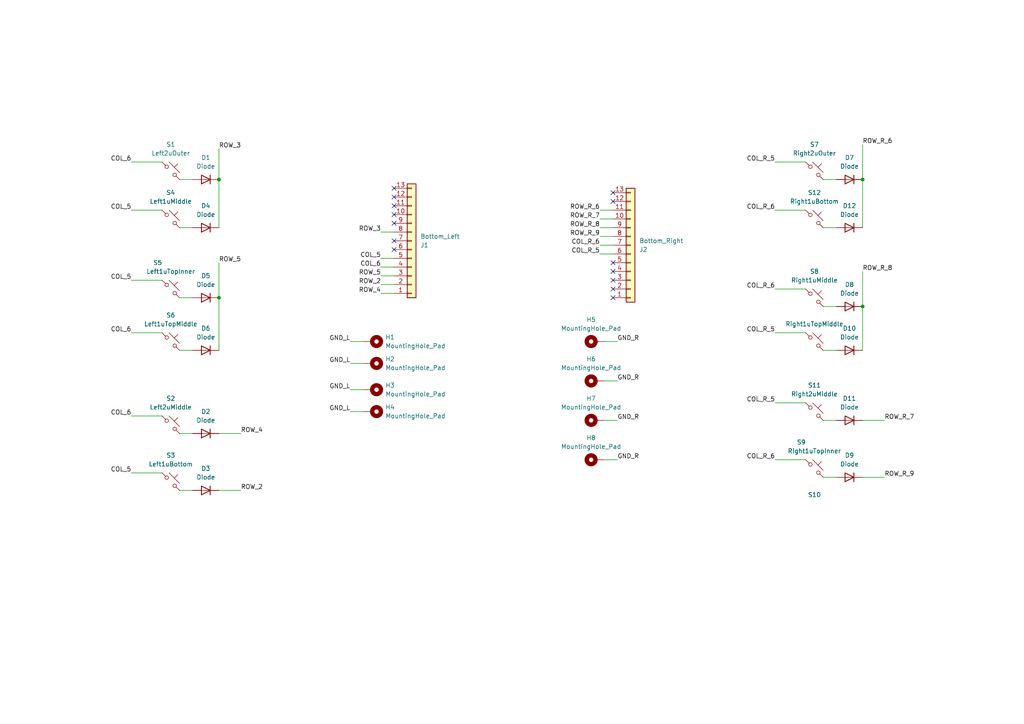
<source format=kicad_sch>
(kicad_sch (version 20231120) (generator "eeschema") (generator_version "8.0")
  (paper "A4")
  (lib_symbols
    (symbol "Connector_Generic:Conn_01x13" (pin_names (offset 1.016) hide)
      (property "Reference" "J" (at 0 17.78 0))
      (property "Value" "Conn_01x13" (at 0 -17.78 0))
      (symbol "Conn_01x13_1_1"
        (rectangle (start -1.27 -15.113) (end 0 -15.367) (stroke (width 0.1524)))
        (rectangle (start -1.27 -12.573) (end 0 -12.827) (stroke (width 0.1524)))
        (rectangle (start -1.27 -10.033) (end 0 -10.287) (stroke (width 0.1524)))
        (rectangle (start -1.27 -7.493) (end 0 -7.747) (stroke (width 0.1524)))
        (rectangle (start -1.27 -4.953) (end 0 -5.207) (stroke (width 0.1524)))
        (rectangle (start -1.27 -2.413) (end 0 -2.667) (stroke (width 0.1524)))
        (rectangle (start -1.27 0.127) (end 0 -0.127) (stroke (width 0.1524)))
        (rectangle (start -1.27 2.667) (end 0 2.413) (stroke (width 0.1524)))
        (rectangle (start -1.27 5.207) (end 0 4.953) (stroke (width 0.1524)))
        (rectangle (start -1.27 7.747) (end 0 7.493) (stroke (width 0.1524)))
        (rectangle (start -1.27 10.287) (end 0 10.033) (stroke (width 0.1524)))
        (rectangle (start -1.27 12.827) (end 0 12.573) (stroke (width 0.1524)))
        (rectangle (start -1.27 15.367) (end 0 15.113) (stroke (width 0.1524)))
        (rectangle (start -1.27 16.51) (end 1.27 -16.51) (stroke (width 0.254)) (fill (type background)))
        (pin passive line (at -5.08 15.24 0) (length 3.81) (name "Pin_1") (number "1"))
        (pin passive line (at -5.08 -7.62 0) (length 3.81) (name "Pin_10") (number "10"))
        (pin passive line (at -5.08 -10.16 0) (length 3.81) (name "Pin_11") (number "11"))
        (pin passive line (at -5.08 -12.7 0) (length 3.81) (name "Pin_12") (number "12"))
        (pin passive line (at -5.08 -15.24 0) (length 3.81) (name "Pin_13") (number "13"))
        (pin passive line (at -5.08 12.7 0) (length 3.81) (name "Pin_2") (number "2"))
        (pin passive line (at -5.08 10.16 0) (length 3.81) (name "Pin_3") (number "3"))
        (pin passive line (at -5.08 7.62 0) (length 3.81) (name "Pin_4") (number "4"))
        (pin passive line (at -5.08 5.08 0) (length 3.81) (name "Pin_5") (number "5"))
        (pin passive line (at -5.08 2.54 0) (length 3.81) (name "Pin_6") (number "6"))
        (pin passive line (at -5.08 0 0) (length 3.81) (name "Pin_7") (number "7"))
        (pin passive line (at -5.08 -2.54 0) (length 3.81) (name "Pin_8") (number "8"))
        (pin passive line (at -5.08 -5.08 0) (length 3.81) (name "Pin_9") (number "9"))
      )
    )
    (symbol "Mechanical:MountingHole_Pad" (pin_numbers hide) (pin_names (offset 1.016) hide) (exclude_from_sim yes) (in_bom no)
      (property "Reference" "H" (at 0 6.35 0))
      (property "Value" "MountingHole_Pad" (at 0 4.445 0))
      (symbol "MountingHole_Pad_0_1"
        (circle (center 0 1.27) (radius 1.27) (stroke (width 1.27)))
      )
      (symbol "MountingHole_Pad_1_1"
        (pin input line (at 0 -2.54 90) (length 2.54) (name "1") (number "1"))
      )
    )
    (symbol "ScottoKeebs:Placeholder_Diode" (pin_numbers hide) (pin_names hide)
      (property "Reference" "D" (at 0 2.54 0))
      (property "Value" "Diode" (at 0 -2.54 0))
      (symbol "Placeholder_Diode_0_1"
        (polyline (pts (xy -1.27 1.27) (xy -1.27 -1.27)) (stroke (width 0.254)))
        (polyline (pts (xy 1.27 0) (xy -1.27 0)))
        (polyline (pts (xy 1.27 1.27) (xy 1.27 -1.27) (xy -1.27 0) (xy 1.27 1.27)) (stroke (width 0.254)))
      )
      (symbol "Placeholder_Diode_1_1"
        (pin passive line (at -3.81 0 0) (length 2.54) (name "K") (number "1"))
        (pin passive line (at 3.81 0 180) (length 2.54) (name "A") (number "2"))
      )
    )
    (symbol "ScottoKeebs:Placeholder_Keyswitch" (pin_numbers hide) (pin_names (offset 1.016) hide)
      (property "Reference" "S" (at 3.048 1.016 0))
      (property "Value" "Keyswitch" (at 0 -3.81 0))
      (symbol "Placeholder_Keyswitch_0_1"
        (circle (center -1.1684 1.1684) (radius 0.508))
        (polyline (pts (xy -0.508 2.54) (xy 2.54 -0.508)))
        (polyline (pts (xy 1.016 1.016) (xy 2.032 2.032)))
        (polyline (pts (xy -2.54 2.54) (xy -1.524 1.524) (xy -1.524 1.524)))
        (polyline (pts (xy 1.524 -1.524) (xy 2.54 -2.54) (xy 2.54 -2.54) (xy 2.54 -2.54)))
        (circle (center 1.143 -1.1938) (radius 0.508))
        (pin passive line (at -2.54 2.54 0) (length 0) (name "1") (number "1"))
        (pin passive line (at 2.54 -2.54 180) (length 0) (name "2") (number "2"))
      )
    )
  )
  (junction (at 250.19 88.9))
  (junction (at 250.19 52.07))
  (junction (at 63.5 52.07))
  (junction (at 63.5 86.36))
  (no_connect (at 114.3 72.39))
  (no_connect (at 177.8 78.74))
  (no_connect (at 177.8 83.82))
  (no_connect (at 114.3 62.23))
  (no_connect (at 177.8 81.28))
  (no_connect (at 114.3 54.61))
  (no_connect (at 114.3 59.69))
  (no_connect (at 177.8 86.36))
  (no_connect (at 177.8 55.88))
  (no_connect (at 177.8 58.42))
  (no_connect (at 114.3 69.85))
  (no_connect (at 114.3 64.77))
  (no_connect (at 177.8 76.2))
  (no_connect (at 114.3 57.15))
  (wire (pts (xy 52.07 52.07) (xy 55.88 52.07)))
  (wire (pts (xy 38.1 137.16) (xy 46.99 137.16)))
  (wire (pts (xy 63.5 86.36) (xy 63.5 101.6)))
  (wire (pts (xy 101.6 119.38) (xy 105.41 119.38)))
  (wire (pts (xy 38.1 96.52) (xy 46.99 96.52)))
  (wire (pts (xy 238.76 52.07) (xy 242.57 52.07)))
  (wire (pts (xy 224.79 116.84) (xy 233.68 116.84)))
  (wire (pts (xy 52.07 125.73) (xy 55.88 125.73)))
  (wire (pts (xy 101.6 113.03) (xy 105.41 113.03)))
  (wire (pts (xy 52.07 86.36) (xy 55.88 86.36)))
  (wire (pts (xy 110.49 80.01) (xy 114.3 80.01)))
  (wire (pts (xy 63.5 142.24) (xy 69.85 142.24)))
  (wire (pts (xy 173.99 71.12) (xy 177.8 71.12)))
  (wire (pts (xy 110.49 67.31) (xy 114.3 67.31)))
  (wire (pts (xy 224.79 96.52) (xy 233.68 96.52)))
  (wire (pts (xy 38.1 120.65) (xy 46.99 120.65)))
  (wire (pts (xy 175.26 121.92) (xy 179.07 121.92)))
  (wire (pts (xy 175.26 110.49) (xy 179.07 110.49)))
  (wire (pts (xy 110.49 85.09) (xy 114.3 85.09)))
  (wire (pts (xy 173.99 68.58) (xy 177.8 68.58)))
  (wire (pts (xy 101.6 99.06) (xy 105.41 99.06)))
  (wire (pts (xy 250.19 121.92) (xy 256.54 121.92)))
  (wire (pts (xy 238.76 88.9) (xy 242.57 88.9)))
  (wire (pts (xy 38.1 60.96) (xy 46.99 60.96)))
  (wire (pts (xy 63.5 125.73) (xy 69.85 125.73)))
  (wire (pts (xy 175.26 133.35) (xy 179.07 133.35)))
  (wire (pts (xy 52.07 101.6) (xy 55.88 101.6)))
  (wire (pts (xy 110.49 77.47) (xy 114.3 77.47)))
  (wire (pts (xy 224.79 133.35) (xy 233.68 133.35)))
  (wire (pts (xy 173.99 66.04) (xy 177.8 66.04)))
  (wire (pts (xy 250.19 88.9) (xy 250.19 101.6)))
  (wire (pts (xy 52.07 66.04) (xy 55.88 66.04)))
  (wire (pts (xy 38.1 81.28) (xy 46.99 81.28)))
  (wire (pts (xy 250.19 138.43) (xy 256.54 138.43)))
  (wire (pts (xy 63.5 43.18) (xy 63.5 52.07)))
  (wire (pts (xy 250.19 78.74) (xy 250.19 88.9)))
  (wire (pts (xy 173.99 73.66) (xy 177.8 73.66)))
  (wire (pts (xy 238.76 66.04) (xy 242.57 66.04)))
  (wire (pts (xy 173.99 63.5) (xy 177.8 63.5)))
  (wire (pts (xy 110.49 74.93) (xy 114.3 74.93)))
  (wire (pts (xy 175.26 99.06) (xy 179.07 99.06)))
  (wire (pts (xy 238.76 101.6) (xy 242.57 101.6)))
  (wire (pts (xy 52.07 142.24) (xy 55.88 142.24)))
  (wire (pts (xy 101.6 105.41) (xy 105.41 105.41)))
  (wire (pts (xy 173.99 60.96) (xy 177.8 60.96)))
  (wire (pts (xy 224.79 46.99) (xy 233.68 46.99)))
  (wire (pts (xy 250.19 52.07) (xy 250.19 66.04)))
  (wire (pts (xy 224.79 60.96) (xy 233.68 60.96)))
  (wire (pts (xy 224.79 83.82) (xy 233.68 83.82)))
  (wire (pts (xy 63.5 76.2) (xy 63.5 86.36)))
  (wire (pts (xy 238.76 121.92) (xy 242.57 121.92)))
  (wire (pts (xy 250.19 41.91) (xy 250.19 52.07)))
  (wire (pts (xy 38.1 46.99) (xy 46.99 46.99)))
  (wire (pts (xy 110.49 82.55) (xy 114.3 82.55)))
  (wire (pts (xy 63.5 52.07) (xy 63.5 66.04)))
  (wire (pts (xy 238.76 138.43) (xy 242.57 138.43)))
  (label "ROW_5" (at 63.5 76.2 0))
  (label "COL_R_6" (at 224.79 133.35 180))
  (label "COL_R_6" (at 224.79 83.82 180))
  (label "ROW_R_7" (at 173.99 63.5 180))
  (label "ROW_5" (at 110.49 80.01 180))
  (label "COL_R_6" (at 224.79 60.96 180))
  (label "COL_R_5" (at 224.79 116.84 180))
  (label "ROW_R_9" (at 173.99 68.58 180))
  (label "COL_R_5" (at 224.79 46.99 180))
  (label "ROW_4" (at 69.85 125.73 0))
  (label "COL_6" (at 38.1 120.65 180))
  (label "GND_L" (at 101.6 105.41 180))
  (label "COL_6" (at 110.49 77.47 180))
  (label "ROW_R_7" (at 256.54 121.92 0))
  (label "COL_5" (at 38.1 60.96 180))
  (label "COL_R_5" (at 173.99 73.66 180))
  (label "COL_6" (at 38.1 46.99 180))
  (label "ROW_R_6" (at 250.19 41.91 0))
  (label "ROW_R_9" (at 256.54 138.43 0))
  (label "GND_R" (at 179.07 121.92 0))
  (label "ROW_R_8" (at 250.19 78.74 0))
  (label "ROW_R_8" (at 173.99 66.04 180))
  (label "GND_L" (at 101.6 99.06 180))
  (label "ROW_2" (at 110.49 82.55 180))
  (label "GND_L" (at 101.6 113.03 180))
  (label "ROW_3" (at 110.49 67.31 180))
  (label "COL_R_5" (at 224.79 96.52 180))
  (label "COL_R_6" (at 173.99 71.12 180))
  (label "GND_L" (at 101.6 119.38 180))
  (label "GND_R" (at 179.07 133.35 0))
  (label "GND_R" (at 179.07 110.49 0))
  (label "COL_5" (at 38.1 81.28 180))
  (label "COL_5" (at 110.49 74.93 180))
  (label "GND_R" (at 179.07 99.06 0))
  (label "ROW_4" (at 110.49 85.09 180))
  (label "ROW_3" (at 63.5 43.18 0))
  (label "ROW_2" (at 69.85 142.24 0))
  (label "ROW_R_6" (at 173.99 60.96 180))
  (label "COL_5" (at 38.1 137.16 180))
  (label "COL_6" (at 38.1 96.52 180))
  (symbol (lib_id "ScottoKeebs:Placeholder_Diode") (at 246.38 101.6 180) (unit 1)
    (property "Reference" "D10" (at 246.38 95.25 0))
    (property "Value" "Diode" (at 246.38 97.79 0))
    (property "Footprint" "ScottoKeebs_Components:Diode_SOD-123" (effects (hide yes)))
    (property "Description" "1N4148 (DO-35) or 1N4148W (SOD-123)" (effects (hide yes)))
    (property "Sim.Device" "D" (effects (hide yes)))
    (property "Sim.Pins" "1=K 2=A" (effects (hide yes)))
  )
  (symbol (lib_id "Mechanical:MountingHole_Pad") (at 172.72 121.92 90) (unit 1) (exclude_from_sim yes) (in_bom no)
    (property "Reference" "H7" (at 171.45 115.57 90))
    (property "Value" "MountingHole_Pad" (at 171.45 118.11 90))
    (property "Footprint" "MountingHole:MountingHole_3.7mm_Pad" (effects (hide yes)))
    (property "Description" "Mounting Hole with connection" (effects (hide yes)))
  )
  (symbol (lib_id "ScottoKeebs:Placeholder_Keyswitch") (at 49.53 139.7 0) (unit 1)
    (property "Reference" "S3" (at 49.53 132.08 0))
    (property "Value" "Left1uBottom" (at 49.53 134.62 0))
    (property "Footprint" "MX_V2-main:MX-Hotswap-1U" (effects (hide yes)))
    (property "Description" "Push button switch, normally open, two pins, 45° tilted" (effects (hide yes)))
  )
  (symbol (lib_id "ScottoKeebs:Placeholder_Keyswitch") (at 49.53 123.19 0) (unit 1)
    (property "Reference" "S2" (at 49.53 115.57 0))
    (property "Value" "Left2uMiddle" (at 49.53 118.11 0))
    (property "Footprint" "MX_V2-main:MX-Hotswap-1U" (effects (hide yes)))
    (property "Description" "Push button switch, normally open, two pins, 45° tilted" (effects (hide yes)))
  )
  (symbol (lib_id "ScottoKeebs:Placeholder_Diode") (at 246.38 66.04 180) (unit 1)
    (property "Reference" "D12" (at 246.38 59.69 0))
    (property "Value" "Diode" (at 246.38 62.23 0))
    (property "Footprint" "ScottoKeebs_Components:Diode_SOD-123" (effects (hide yes)))
    (property "Description" "1N4148 (DO-35) or 1N4148W (SOD-123)" (effects (hide yes)))
    (property "Sim.Device" "D" (effects (hide yes)))
    (property "Sim.Pins" "1=K 2=A" (effects (hide yes)))
  )
  (symbol (lib_id "ScottoKeebs:Placeholder_Keyswitch") (at 236.22 99.06 0) (unit 1)
    (property "Reference" "S10" (at 236.22 143.51 0))
    (property "Value" "Right1uTopMiddle" (at 236.22 93.98 0))
    (property "Footprint" "MX_V2-main:MX-Hotswap-1U" (effects (hide yes)))
    (property "Description" "Push button switch, normally open, two pins, 45° tilted" (effects (hide yes)))
  )
  (symbol (lib_id "Mechanical:MountingHole_Pad") (at 107.95 119.38 270) (unit 1) (exclude_from_sim yes) (in_bom no)
    (property "Reference" "H4" (at 111.76 118.1099 90) (effects (justify left)))
    (property "Value" "MountingHole_Pad" (at 111.76 120.6499 90) (effects (justify left)))
    (property "Footprint" "MountingHole:MountingHole_3.7mm_Pad" (effects (hide yes)))
    (property "Description" "Mounting Hole with connection" (effects (hide yes)))
  )
  (symbol (lib_id "ScottoKeebs:Placeholder_Keyswitch") (at 49.53 63.5 0) (unit 1)
    (property "Reference" "S4" (at 49.53 55.88 0))
    (property "Value" "Left1uMiddle" (at 49.53 58.42 0))
    (property "Footprint" "MX_V2-main:MX-Hotswap-1U" (effects (hide yes)))
    (property "Description" "Push button switch, normally open, two pins, 45° tilted" (effects (hide yes)))
  )
  (symbol (lib_id "ScottoKeebs:Placeholder_Diode") (at 59.69 125.73 180) (unit 1)
    (property "Reference" "D2" (at 59.69 119.38 0))
    (property "Value" "Diode" (at 59.69 121.92 0))
    (property "Footprint" "ScottoKeebs_Components:Diode_SOD-123" (effects (hide yes)))
    (property "Description" "1N4148 (DO-35) or 1N4148W (SOD-123)" (effects (hide yes)))
    (property "Sim.Device" "D" (effects (hide yes)))
    (property "Sim.Pins" "1=K 2=A" (effects (hide yes)))
  )
  (symbol (lib_id "ScottoKeebs:Placeholder_Keyswitch") (at 236.22 63.5 0) (unit 1)
    (property "Reference" "S12" (at 236.22 55.88 0))
    (property "Value" "Right1uBottom" (at 236.22 58.42 0))
    (property "Footprint" "MX_V2-main:MX-Hotswap-1U" (effects (hide yes)))
    (property "Description" "Push button switch, normally open, two pins, 45° tilted" (effects (hide yes)))
  )
  (symbol (lib_id "Connector_Generic:Conn_01x13") (at 119.38 69.85 0) (mirror x) (unit 1)
    (property "Reference" "J1" (at 121.92 71.1201 0) (effects (justify left)))
    (property "Value" "Bottom_Left" (at 121.92 68.5801 0) (effects (justify left)))
    (property "Footprint" "Rasgueado_Lib:39-53-2135" (effects (hide yes)))
    (property "Description" "Generic connector, single row, 01x13, script generated (kicad-library-utils/schlib/autogen/connector/)" (effects (hide yes)))
  )
  (symbol (lib_id "Mechanical:MountingHole_Pad") (at 107.95 113.03 270) (unit 1) (exclude_from_sim yes) (in_bom no)
    (property "Reference" "H3" (at 111.76 111.7599 90) (effects (justify left)))
    (property "Value" "MountingHole_Pad" (at 111.76 114.2999 90) (effects (justify left)))
    (property "Footprint" "MountingHole:MountingHole_3.7mm_Pad" (effects (hide yes)))
    (property "Description" "Mounting Hole with connection" (effects (hide yes)))
  )
  (symbol (lib_id "ScottoKeebs:Placeholder_Diode") (at 59.69 52.07 180) (unit 1)
    (property "Reference" "D1" (at 59.69 45.72 0))
    (property "Value" "Diode" (at 59.69 48.26 0))
    (property "Footprint" "ScottoKeebs_Components:Diode_SOD-123" (effects (hide yes)))
    (property "Description" "1N4148 (DO-35) or 1N4148W (SOD-123)" (effects (hide yes)))
    (property "Sim.Device" "D" (effects (hide yes)))
    (property "Sim.Pins" "1=K 2=A" (effects (hide yes)))
  )
  (symbol (lib_id "Mechanical:MountingHole_Pad") (at 172.72 110.49 90) (unit 1) (exclude_from_sim yes) (in_bom no)
    (property "Reference" "H6" (at 171.45 104.14 90))
    (property "Value" "MountingHole_Pad" (at 171.45 106.68 90))
    (property "Footprint" "MountingHole:MountingHole_3.7mm_Pad" (effects (hide yes)))
    (property "Description" "Mounting Hole with connection" (effects (hide yes)))
  )
  (symbol (lib_id "ScottoKeebs:Placeholder_Diode") (at 246.38 88.9 180) (unit 1)
    (property "Reference" "D8" (at 246.38 82.55 0))
    (property "Value" "Diode" (at 246.38 85.09 0))
    (property "Footprint" "ScottoKeebs_Components:Diode_SOD-123" (effects (hide yes)))
    (property "Description" "1N4148 (DO-35) or 1N4148W (SOD-123)" (effects (hide yes)))
    (property "Sim.Device" "D" (effects (hide yes)))
    (property "Sim.Pins" "1=K 2=A" (effects (hide yes)))
  )
  (symbol (lib_id "Connector_Generic:Conn_01x13") (at 182.88 71.12 0) (mirror x) (unit 1)
    (property "Reference" "J2" (at 185.42 72.3901 0) (effects (justify left)))
    (property "Value" "Bottom_Right" (at 185.42 69.8501 0) (effects (justify left)))
    (property "Footprint" "Rasgueado_Lib:39-53-2135" (effects (hide yes)))
    (property "Description" "Generic connector, single row, 01x13, script generated (kicad-library-utils/schlib/autogen/connector/)" (effects (hide yes)))
  )
  (symbol (lib_id "Mechanical:MountingHole_Pad") (at 172.72 99.06 90) (unit 1) (exclude_from_sim yes) (in_bom no)
    (property "Reference" "H5" (at 171.45 92.71 90))
    (property "Value" "MountingHole_Pad" (at 171.45 95.25 90))
    (property "Footprint" "MountingHole:MountingHole_3.7mm_Pad" (effects (hide yes)))
    (property "Description" "Mounting Hole with connection" (effects (hide yes)))
  )
  (symbol (lib_id "Mechanical:MountingHole_Pad") (at 107.95 99.06 270) (unit 1) (exclude_from_sim yes) (in_bom no)
    (property "Reference" "H1" (at 111.76 97.7899 90) (effects (justify left)))
    (property "Value" "MountingHole_Pad" (at 111.76 100.3299 90) (effects (justify left)))
    (property "Footprint" "MountingHole:MountingHole_3.7mm_Pad" (effects (hide yes)))
    (property "Description" "Mounting Hole with connection" (effects (hide yes)))
  )
  (symbol (lib_id "ScottoKeebs:Placeholder_Diode") (at 59.69 66.04 180) (unit 1)
    (property "Reference" "D4" (at 59.69 59.69 0))
    (property "Value" "Diode" (at 59.69 62.23 0))
    (property "Footprint" "ScottoKeebs_Components:Diode_SOD-123" (effects (hide yes)))
    (property "Description" "1N4148 (DO-35) or 1N4148W (SOD-123)" (effects (hide yes)))
    (property "Sim.Device" "D" (effects (hide yes)))
    (property "Sim.Pins" "1=K 2=A" (effects (hide yes)))
  )
  (symbol (lib_id "Mechanical:MountingHole_Pad") (at 107.95 105.41 270) (unit 1) (exclude_from_sim yes) (in_bom no)
    (property "Reference" "H2" (at 111.76 104.1399 90) (effects (justify left)))
    (property "Value" "MountingHole_Pad" (at 111.76 106.6799 90) (effects (justify left)))
    (property "Footprint" "MountingHole:MountingHole_3.7mm_Pad" (effects (hide yes)))
    (property "Description" "Mounting Hole with connection" (effects (hide yes)))
  )
  (symbol (lib_id "ScottoKeebs:Placeholder_Keyswitch") (at 49.53 99.06 0) (unit 1)
    (property "Reference" "S6" (at 49.53 91.44 0))
    (property "Value" "Left1uTopMiddle" (at 49.53 93.98 0))
    (property "Footprint" "MX_V2-main:MX-Hotswap-1U" (effects (hide yes)))
    (property "Description" "Push button switch, normally open, two pins, 45° tilted" (effects (hide yes)))
  )
  (symbol (lib_id "ScottoKeebs:Placeholder_Diode") (at 59.69 101.6 180) (unit 1)
    (property "Reference" "D6" (at 59.69 95.25 0))
    (property "Value" "Diode" (at 59.69 97.79 0))
    (property "Footprint" "ScottoKeebs_Components:Diode_SOD-123" (effects (hide yes)))
    (property "Description" "1N4148 (DO-35) or 1N4148W (SOD-123)" (effects (hide yes)))
    (property "Sim.Device" "D" (effects (hide yes)))
    (property "Sim.Pins" "1=K 2=A" (effects (hide yes)))
  )
  (symbol (lib_id "ScottoKeebs:Placeholder_Keyswitch") (at 49.53 49.53 0) (unit 1)
    (property "Reference" "S1" (at 49.53 41.91 0))
    (property "Value" "Left2uOuter" (at 49.53 44.45 0))
    (property "Footprint" "MX_V2-main:MX-Hotswap-1U" (effects (hide yes)))
    (property "Description" "Push button switch, normally open, two pins, 45° tilted" (effects (hide yes)))
  )
  (symbol (lib_id "ScottoKeebs:Placeholder_Keyswitch") (at 236.22 86.36 0) (unit 1)
    (property "Reference" "S8" (at 236.22 78.74 0))
    (property "Value" "Right1uMiddle" (at 236.22 81.28 0))
    (property "Footprint" "MX_V2-main:MX-Hotswap-1U" (effects (hide yes)))
    (property "Description" "Push button switch, normally open, two pins, 45° tilted" (effects (hide yes)))
  )
  (symbol (lib_id "ScottoKeebs:Placeholder_Diode") (at 59.69 142.24 180) (unit 1)
    (property "Reference" "D3" (at 59.69 135.89 0))
    (property "Value" "Diode" (at 59.69 138.43 0))
    (property "Footprint" "ScottoKeebs_Components:Diode_SOD-123" (effects (hide yes)))
    (property "Description" "1N4148 (DO-35) or 1N4148W (SOD-123)" (effects (hide yes)))
    (property "Sim.Device" "D" (effects (hide yes)))
    (property "Sim.Pins" "1=K 2=A" (effects (hide yes)))
  )
  (symbol (lib_id "ScottoKeebs:Placeholder_Keyswitch") (at 236.22 119.38 0) (unit 1)
    (property "Reference" "S11" (at 236.22 111.76 0))
    (property "Value" "Right2uMiddle" (at 236.22 114.3 0))
    (property "Footprint" "MX_V2-main:MX-Hotswap-1U" (effects (hide yes)))
    (property "Description" "Push button switch, normally open, two pins, 45° tilted" (effects (hide yes)))
  )
  (symbol (lib_id "ScottoKeebs:Placeholder_Diode") (at 246.38 52.07 180) (unit 1)
    (property "Reference" "D7" (at 246.38 45.72 0))
    (property "Value" "Diode" (at 246.38 48.26 0))
    (property "Footprint" "ScottoKeebs_Components:Diode_SOD-123" (effects (hide yes)))
    (property "Description" "1N4148 (DO-35) or 1N4148W (SOD-123)" (effects (hide yes)))
    (property "Sim.Device" "D" (effects (hide yes)))
    (property "Sim.Pins" "1=K 2=A" (effects (hide yes)))
  )
  (symbol (lib_id "ScottoKeebs:Placeholder_Keyswitch") (at 236.22 135.89 0) (unit 1)
    (property "Reference" "S9" (at 232.41 128.27 0))
    (property "Value" "Right1uTopInner" (at 236.22 130.81 0))
    (property "Footprint" "MX_V2-main:MX-Hotswap-1U" (effects (hide yes)))
    (property "Description" "Push button switch, normally open, two pins, 45° tilted" (effects (hide yes)))
  )
  (symbol (lib_id "ScottoKeebs:Placeholder_Keyswitch") (at 236.22 49.53 0) (unit 1)
    (property "Reference" "S7" (at 236.22 41.91 0))
    (property "Value" "Right2uOuter" (at 236.22 44.45 0))
    (property "Footprint" "MX_V2-main:MX-Hotswap-1U" (effects (hide yes)))
    (property "Description" "Push button switch, normally open, two pins, 45° tilted" (effects (hide yes)))
  )
  (symbol (lib_id "ScottoKeebs:Placeholder_Diode") (at 59.69 86.36 180) (unit 1)
    (property "Reference" "D5" (at 59.69 80.01 0))
    (property "Value" "Diode" (at 59.69 82.55 0))
    (property "Footprint" "ScottoKeebs_Components:Diode_SOD-123" (effects (hide yes)))
    (property "Description" "1N4148 (DO-35) or 1N4148W (SOD-123)" (effects (hide yes)))
    (property "Sim.Device" "D" (effects (hide yes)))
    (property "Sim.Pins" "1=K 2=A" (effects (hide yes)))
  )
  (symbol (lib_id "ScottoKeebs:Placeholder_Diode") (at 246.38 138.43 180) (unit 1)
    (property "Reference" "D9" (at 246.38 132.08 0))
    (property "Value" "Diode" (at 246.38 134.62 0))
    (property "Footprint" "ScottoKeebs_Components:Diode_SOD-123" (effects (hide yes)))
    (property "Description" "1N4148 (DO-35) or 1N4148W (SOD-123)" (effects (hide yes)))
    (property "Sim.Device" "D" (effects (hide yes)))
    (property "Sim.Pins" "1=K 2=A" (effects (hide yes)))
  )
  (symbol (lib_id "ScottoKeebs:Placeholder_Diode") (at 246.38 121.92 180) (unit 1)
    (property "Reference" "D11" (at 246.38 115.57 0))
    (property "Value" "Diode" (at 246.38 118.11 0))
    (property "Footprint" "ScottoKeebs_Components:Diode_SOD-123" (effects (hide yes)))
    (property "Description" "1N4148 (DO-35) or 1N4148W (SOD-123)" (effects (hide yes)))
    (property "Sim.Device" "D" (effects (hide yes)))
    (property "Sim.Pins" "1=K 2=A" (effects (hide yes)))
  )
  (symbol (lib_id "Mechanical:MountingHole_Pad") (at 172.72 133.35 90) (unit 1) (exclude_from_sim yes) (in_bom no)
    (property "Reference" "H8" (at 171.45 127 90))
    (property "Value" "MountingHole_Pad" (at 171.45 129.54 90))
    (property "Footprint" "MountingHole:MountingHole_3.7mm_Pad" (effects (hide yes)))
    (property "Description" "Mounting Hole with connection" (effects (hide yes)))
  )
  (symbol (lib_id "ScottoKeebs:Placeholder_Keyswitch") (at 49.53 83.82 0) (unit 1)
    (property "Reference" "S5" (at 45.72 76.2 0))
    (property "Value" "Left1uTopInner" (at 49.53 78.74 0))
    (property "Footprint" "MX_V2-main:MX-Hotswap-1U" (effects (hide yes)))
    (property "Description" "Push button switch, normally open, two pins, 45° tilted" (effects (hide yes)))
  )
)
</source>
